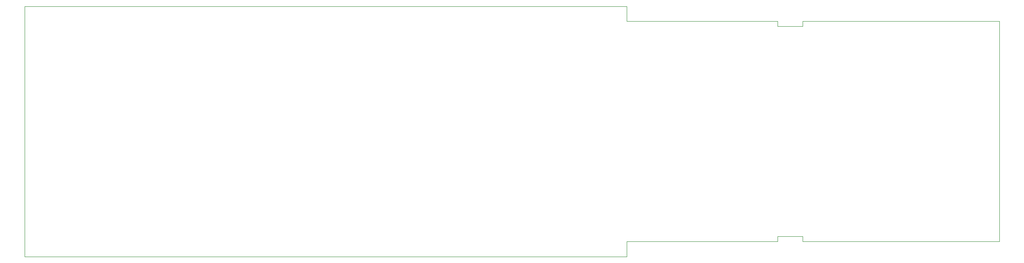
<source format=gbr>
%TF.GenerationSoftware,Altium Limited,Altium Designer,22.4.2 (48)*%
G04 Layer_Color=8388736*
%FSLAX26Y26*%
%MOIN*%
%TF.SameCoordinates,8C98EB32-1E12-42CD-A60B-9DA89663A72C*%
%TF.FilePolarity,Positive*%
%TF.FileFunction,Other,Board*%
%TF.Part,Single*%
G01*
G75*
%TA.AperFunction,NonConductor*%
%ADD108C,0.003937*%
D108*
X8464567Y3818898D02*
X10009843D01*
X8464567Y3779528D02*
Y3818898D01*
X8267717Y3779528D02*
X8464567D01*
X8267717D02*
Y3818898D01*
X10009843D02*
X10009843Y2086614D01*
X8464567D02*
X10009843D01*
X8464567D02*
Y2125984D01*
X8267717D02*
X8464567D01*
X8267717Y2086614D02*
Y2125984D01*
X7086614Y3818898D02*
X8267717D01*
X7086614Y2086614D02*
X8267717D01*
X7086614Y1968504D02*
Y2086614D01*
Y3818898D02*
Y3937008D01*
X2362205Y1968504D02*
X7086614D01*
X2362205D02*
Y3937008D01*
X7086614D01*
%TF.MD5,c333b864b26ef70feaee953faa276d45*%
M02*

</source>
